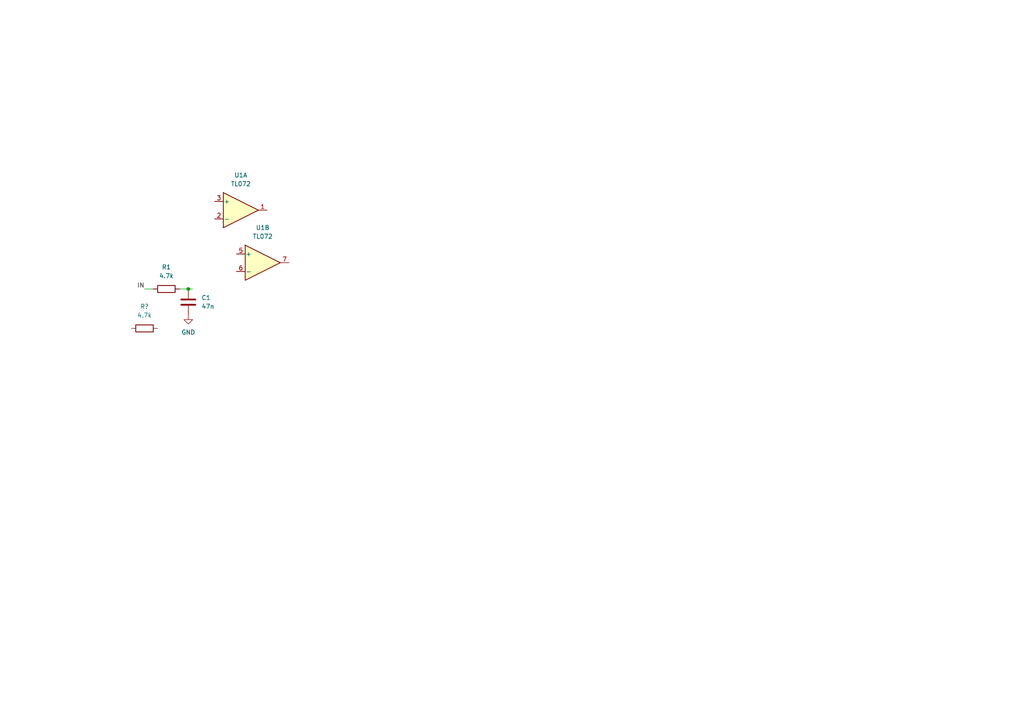
<source format=kicad_sch>
(kicad_sch (version 20211123) (generator eeschema)
  (paper "A4")
  (lib_symbols
    (symbol "Amplifier_Operational:TL072" (pin_names (offset 0.127))
      (property "Reference" "U" (at 0 5.08 0))
      (property "Value" "TL072" (at 0 -5.08 0))
      (symbol "TL072_1_1"
        (polyline (pts (xy -5.08 5.08) (xy 5.08 0) (xy -5.08 -5.08) (xy -5.08 5.08)) (stroke (width 0.254)) (fill (type background)))
        (pin output line (at 7.62 0 180) (length 2.54) (name "~") (number "1"))
        (pin input line (at -7.62 -2.54 0) (length 2.54) (name "-") (number "2"))
        (pin input line (at -7.62 2.54 0) (length 2.54) (name "+") (number "3"))
      )
      (symbol "TL072_2_1"
        (polyline (pts (xy -5.08 5.08) (xy 5.08 0) (xy -5.08 -5.08) (xy -5.08 5.08)) (stroke (width 0.254)) (fill (type background)))
        (pin input line (at -7.62 2.54 0) (length 2.54) (name "+") (number "5"))
        (pin input line (at -7.62 -2.54 0) (length 2.54) (name "-") (number "6"))
        (pin output line (at 7.62 0 180) (length 2.54) (name "~") (number "7"))
      )
      (symbol "TL072_3_1"
        (pin power_in line (at -2.54 -7.62 90) (length 3.81) (name "V-") (number "4"))
        (pin power_in line (at -2.54 7.62 270) (length 3.81) (name "V+") (number "8"))
      )
    )
    (symbol "Device:C" (pin_numbers hide) (pin_names (offset 0.254))
      (property "Reference" "C" (at 0.635 2.54 0))
      (property "Value" "C" (at 0.635 -2.54 0))
      (symbol "C_0_1"
        (polyline (pts (xy -2.032 -0.762) (xy 2.032 -0.762)) (stroke (width 0.508)))
        (polyline (pts (xy -2.032 0.762) (xy 2.032 0.762)) (stroke (width 0.508)))
      )
      (symbol "C_1_1"
        (pin passive line (at 0 3.81 270) (length 2.794) (name "~") (number "1"))
        (pin passive line (at 0 -3.81 90) (length 2.794) (name "~") (number "2"))
      )
    )
    (symbol "Device:R" (pin_numbers hide) (pin_names (offset 0))
      (property "Reference" "R" (at 2.032 0 90))
      (property "Value" "R" (at 0 0 90))
      (symbol "R_0_1"
        (rectangle (start -1.016 -2.54) (end 1.016 2.54) (stroke (width 0.254)))
      )
      (symbol "R_1_1"
        (pin passive line (at 0 3.81 270) (length 1.27) (name "~") (number "1"))
        (pin passive line (at 0 -3.81 90) (length 1.27) (name "~") (number "2"))
      )
    )
    (symbol "power:GND" (power) (pin_names (offset 0))
      (property "Value" "GND" (at 0 -3.81 0))
      (symbol "GND_0_1"
        (polyline (pts (xy 0 0) (xy 0 -1.27) (xy 1.27 -1.27) (xy 0 -2.54) (xy -1.27 -1.27) (xy 0 -1.27)))
      )
      (symbol "GND_1_1"
        (pin power_in line (at 0 0 270) (length 0) hide (name "GND") (number "1"))
      )
    )
  )
  (junction (at 54.61 83.82))
  (wire (pts (xy 54.61 83.82) (xy 55.88 83.82)))
  (wire (pts (xy 41.91 83.82) (xy 44.45 83.82)))
  (wire (pts (xy 52.07 83.82) (xy 54.61 83.82)))
  (label "IN" (at 41.91 83.82 180))
  (symbol (lib_id "Amplifier_Operational:TL072") (at 69.85 60.96 0) (unit 1)
    (property "Reference" "U1" (at 69.85 50.8 0))
    (property "Value" "TL072" (at 69.85 53.34 0))
    (property "Datasheet" "http://www.ti.com/lit/ds/symlink/tl071.pdf" (effects hide))
  )
  (symbol (lib_id "Device:R") (at 48.26 83.82 90) (unit 1)
    (property "Reference" "R1" (at 48.26 77.47 90))
    (property "Value" "4.7k" (at 48.26 80.01 90))
  )
  (symbol (lib_id "power:GND") (at 54.61 91.44 0) (unit 1)
    (property "Reference" "#PWR01" (effects hide))
    (property "Value" "GND" (at 54.61 96.404 0))
  )
  (symbol (lib_id "Device:R") (at 41.91 95.25 90) (unit 1)
    (property "Reference" "R?" (at 41.91 88.9 90))
    (property "Value" "4.7k" (at 41.91 91.44 90))
  )
  (symbol (lib_id "Device:C") (at 54.61 87.63 0) (unit 1)
    (property "Reference" "C1" (at 58.42 86.3599 0) (effects (justify left)))
    (property "Value" "47n" (at 58.42 88.8999 0) (effects (justify left)))
  )
  (symbol (lib_id "Amplifier_Operational:TL072") (at 76.2 76.2 0) (unit 2)
    (property "Reference" "U1" (at 76.2 66.04 0))
    (property "Value" "TL072" (at 76.2 68.58 0))
    (property "Datasheet" "http://www.ti.com/lit/ds/symlink/tl071.pdf" (effects hide))
  )
)
</source>
